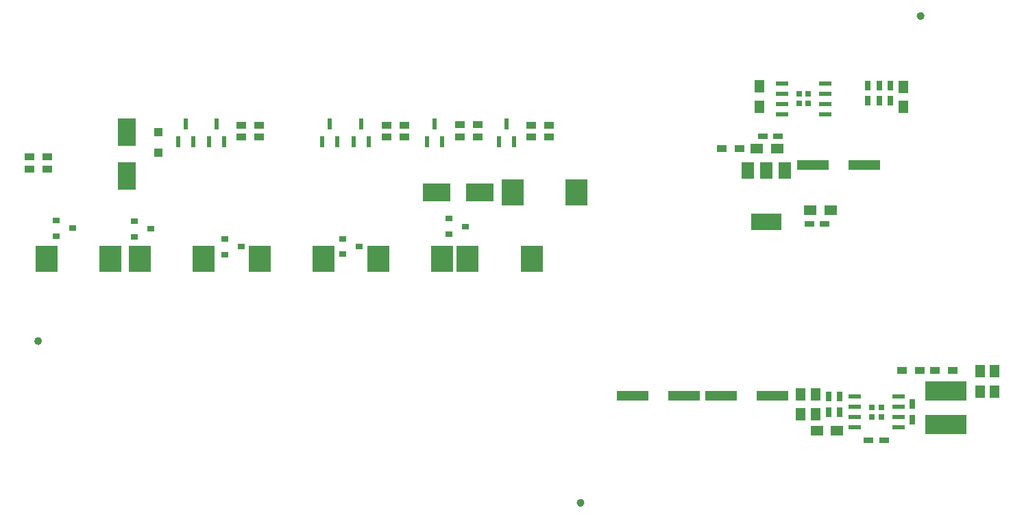
<source format=gtp>
G04 #@! TF.GenerationSoftware,KiCad,Pcbnew,(5.1.6-0-10_14)*
G04 #@! TF.CreationDate,2021-06-29T12:22:49+09:00*
G04 #@! TF.ProjectId,qPCR-root,71504352-2d72-46f6-9f74-2e6b69636164,rev?*
G04 #@! TF.SameCoordinates,Original*
G04 #@! TF.FileFunction,Paste,Top*
G04 #@! TF.FilePolarity,Positive*
%FSLAX46Y46*%
G04 Gerber Fmt 4.6, Leading zero omitted, Abs format (unit mm)*
G04 Created by KiCad (PCBNEW (5.1.6-0-10_14)) date 2021-06-29 12:22:49*
%MOMM*%
%LPD*%
G01*
G04 APERTURE LIST*
%ADD10C,0.475000*%
%ADD11R,2.700000X3.200000*%
%ADD12R,1.250000X1.500000*%
%ADD13R,0.750000X1.200000*%
%ADD14R,1.500000X1.250000*%
%ADD15R,0.558800X1.320800*%
%ADD16R,1.200000X0.900000*%
%ADD17R,1.550000X0.600000*%
%ADD18R,0.705000X0.705000*%
%ADD19R,3.800000X2.000000*%
%ADD20R,1.500000X2.000000*%
%ADD21R,3.911600X1.193800*%
%ADD22R,1.200000X0.750000*%
%ADD23R,1.000000X1.000000*%
%ADD24R,2.300000X3.500000*%
%ADD25R,3.500000X2.300000*%
%ADD26R,5.100000X2.350000*%
%ADD27R,0.900000X0.800000*%
G04 APERTURE END LIST*
D10*
X127237500Y-99100000D02*
G75*
G03*
X127237500Y-99100000I-237500J0D01*
G01*
X60237500Y-79100000D02*
G75*
G03*
X60237500Y-79100000I-237500J0D01*
G01*
X169237500Y-38900000D02*
G75*
G03*
X169237500Y-38900000I-237500J0D01*
G01*
D11*
X126505000Y-60734600D03*
X118605000Y-60734600D03*
D12*
X166905800Y-47645000D03*
X166905800Y-50145000D03*
D13*
X163883200Y-49387800D03*
X163883200Y-47487800D03*
D12*
X149125800Y-50125000D03*
X149125800Y-47625000D03*
D14*
X157884200Y-62901400D03*
X155384200Y-62901400D03*
X151264800Y-55321200D03*
X148764800Y-55321200D03*
D12*
X154203400Y-88172000D03*
X154203400Y-85672000D03*
X156032200Y-88172000D03*
X156032200Y-85672000D03*
D13*
X159029400Y-87872000D03*
X159029400Y-85972000D03*
D14*
X158704600Y-90147800D03*
X156204600Y-90147800D03*
D12*
X176326800Y-82827200D03*
X176326800Y-85327200D03*
X178155600Y-85327200D03*
X178155600Y-82827200D03*
D15*
X82016600Y-52256700D03*
X82956400Y-54441100D03*
X81076800Y-54441100D03*
X108026200Y-54441100D03*
X109905800Y-54441100D03*
X108966000Y-52256700D03*
X95084900Y-54441100D03*
X96964500Y-54441100D03*
X96024700Y-52256700D03*
D16*
X87307600Y-52409100D03*
X85107600Y-52409100D03*
X114307800Y-52349400D03*
X112107800Y-52349400D03*
X85107600Y-53895000D03*
X87307600Y-53895000D03*
X114295100Y-53882300D03*
X112095100Y-53882300D03*
X103052700Y-52409100D03*
X105252700Y-52409100D03*
X103040000Y-53882300D03*
X105240000Y-53882300D03*
X58900000Y-56308000D03*
X61100000Y-56308000D03*
X61100000Y-57832000D03*
X58900000Y-57832000D03*
D11*
X68950000Y-68913400D03*
X61050000Y-68913400D03*
X72550000Y-68913400D03*
X80450000Y-68913400D03*
X95288400Y-68913400D03*
X87388400Y-68913400D03*
X101993400Y-68913400D03*
X109893400Y-68913400D03*
X120950000Y-68913400D03*
X113050000Y-68913400D03*
D16*
X170747000Y-82758800D03*
X172947000Y-82758800D03*
X166747000Y-82758800D03*
X168947000Y-82758800D03*
D17*
X157261400Y-51054000D03*
X157261400Y-49784000D03*
X157261400Y-48514000D03*
X157261400Y-47244000D03*
X151861400Y-47244000D03*
X151861400Y-48514000D03*
X151861400Y-49784000D03*
X151861400Y-51054000D03*
D18*
X153973900Y-48561500D03*
X153973900Y-49736500D03*
X155148900Y-48561500D03*
X155148900Y-49736500D03*
D19*
X149960000Y-64340000D03*
D20*
X149960000Y-58040000D03*
X147660000Y-58040000D03*
X152260000Y-58040000D03*
D18*
X162957300Y-87287900D03*
X162957300Y-88462900D03*
X164132300Y-87287900D03*
X164132300Y-88462900D03*
D17*
X166244800Y-85970400D03*
X166244800Y-87240400D03*
X166244800Y-88510400D03*
X166244800Y-89780400D03*
X160844800Y-89780400D03*
X160844800Y-88510400D03*
X160844800Y-87240400D03*
X160844800Y-85970400D03*
D15*
X116916200Y-54441100D03*
X118795800Y-54441100D03*
X117856000Y-52256700D03*
D16*
X144430000Y-55340000D03*
X146630000Y-55340000D03*
X120896200Y-52409100D03*
X123096200Y-52409100D03*
X120883500Y-53882300D03*
X123083500Y-53882300D03*
D21*
X162079800Y-57327800D03*
X155679000Y-57327800D03*
D13*
X165280200Y-49387800D03*
X165280200Y-47487800D03*
D22*
X157137000Y-64592200D03*
X155237000Y-64592200D03*
X149496600Y-53746400D03*
X151396600Y-53746400D03*
D21*
X139827000Y-85906000D03*
X133426200Y-85906000D03*
X144348200Y-85906000D03*
X150749000Y-85906000D03*
D13*
X157632400Y-85972000D03*
X157632400Y-87872000D03*
D22*
X164500600Y-91367000D03*
X162600600Y-91367000D03*
D13*
X168021000Y-86886400D03*
X168021000Y-88786400D03*
D15*
X78232000Y-52256700D03*
X79171800Y-54441100D03*
X77292200Y-54441100D03*
X98996500Y-54441100D03*
X100876100Y-54441100D03*
X99936300Y-52256700D03*
D23*
X74879200Y-53280000D03*
X74879200Y-55780000D03*
D24*
X70942200Y-58703200D03*
X70942200Y-53303200D03*
D25*
X109187000Y-60734600D03*
X114587000Y-60734600D03*
D26*
X172110400Y-89428800D03*
X172110400Y-85278800D03*
D27*
X62220600Y-64204200D03*
X62220600Y-66104200D03*
X64220600Y-65154200D03*
X73896600Y-65230400D03*
X71896600Y-66180400D03*
X71896600Y-64280400D03*
X85074000Y-67440200D03*
X83074000Y-68390200D03*
X83074000Y-66490200D03*
X97653600Y-66464800D03*
X97653600Y-68364800D03*
X99653600Y-67414800D03*
X112760000Y-64925600D03*
X110760000Y-65875600D03*
X110760000Y-63975600D03*
D13*
X162486200Y-47487800D03*
X162486200Y-49387800D03*
M02*

</source>
